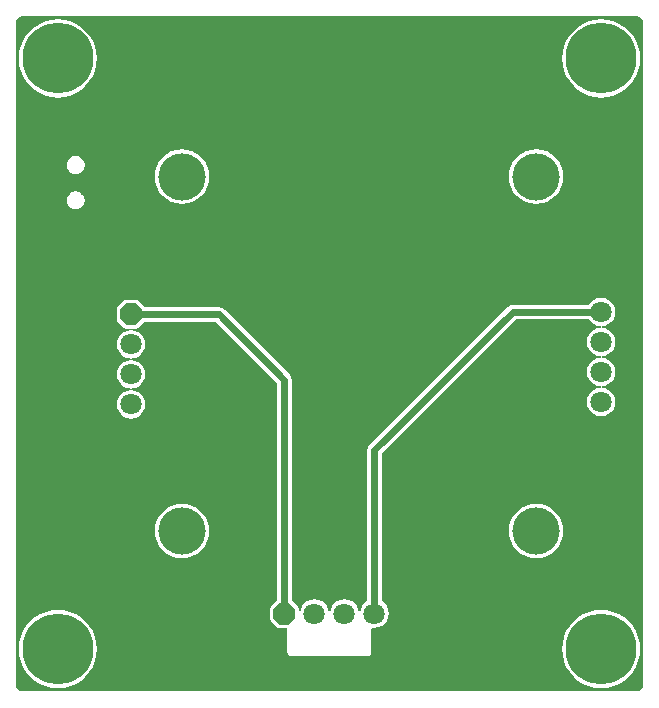
<source format=gbl>
G04 Layer_Physical_Order=2*
G04 Layer_Color=16711680*
%FSLAX44Y44*%
%MOMM*%
G71*
G01*
G75*
%ADD15C,0.6000*%
%ADD16C,4.0000*%
%ADD17P,1.9483X8X22.5*%
%ADD18C,1.8000*%
%ADD19P,1.9483X8X292.5*%
%ADD20C,6.0000*%
G36*
X537186Y585278D02*
X539040Y584040D01*
X540278Y582186D01*
X540680Y580167D01*
X540646Y580000D01*
Y20000D01*
X540680Y19833D01*
X540278Y17814D01*
X539040Y15960D01*
X537186Y14722D01*
X536199Y14526D01*
X535000Y14354D01*
Y14354D01*
X15000D01*
X14833Y14320D01*
X12814Y14722D01*
X10961Y15960D01*
X9722Y17814D01*
X9526Y18801D01*
X9354Y20000D01*
X9354D01*
Y580000D01*
X9320Y580167D01*
X9722Y582186D01*
X10961Y584040D01*
X12814Y585278D01*
X14833Y585680D01*
X15000Y585646D01*
X535000D01*
X535167Y585680D01*
X537186Y585278D01*
D02*
G37*
%LPC*%
G36*
X150000Y173111D02*
X145491Y172667D01*
X141156Y171352D01*
X137160Y169216D01*
X133658Y166342D01*
X130784Y162840D01*
X128648Y158844D01*
X127333Y154509D01*
X126889Y150000D01*
X127333Y145491D01*
X128648Y141156D01*
X130784Y137160D01*
X133658Y133658D01*
X137160Y130784D01*
X141156Y128648D01*
X145491Y127333D01*
X150000Y126889D01*
X154509Y127333D01*
X158844Y128648D01*
X162840Y130784D01*
X166342Y133658D01*
X169216Y137160D01*
X171352Y141156D01*
X172667Y145491D01*
X173111Y150000D01*
X172667Y154509D01*
X171352Y158844D01*
X169216Y162840D01*
X166342Y166342D01*
X162840Y169216D01*
X158844Y171352D01*
X154509Y172667D01*
X150000Y173111D01*
D02*
G37*
G36*
X450000D02*
X445491Y172667D01*
X441156Y171352D01*
X437160Y169216D01*
X433658Y166342D01*
X430784Y162840D01*
X428648Y158844D01*
X427333Y154509D01*
X426889Y150000D01*
X427333Y145491D01*
X428648Y141156D01*
X430784Y137160D01*
X433658Y133658D01*
X437160Y130784D01*
X441156Y128648D01*
X445491Y127333D01*
X450000Y126889D01*
X454509Y127333D01*
X458844Y128648D01*
X462840Y130784D01*
X466342Y133658D01*
X469216Y137160D01*
X471352Y141156D01*
X472667Y145491D01*
X473111Y150000D01*
X472667Y154509D01*
X471352Y158844D01*
X469216Y162840D01*
X466342Y166342D01*
X462840Y169216D01*
X458844Y171352D01*
X454509Y172667D01*
X450000Y173111D01*
D02*
G37*
G36*
X505000Y347504D02*
X501867Y347091D01*
X498948Y345882D01*
X496441Y343959D01*
X494568Y341517D01*
X430400D01*
X428059Y341052D01*
X426074Y339726D01*
X308774Y222426D01*
X307448Y220441D01*
X306982Y218100D01*
Y90431D01*
X304541Y88559D01*
X302618Y86052D01*
X301409Y83133D01*
X301116Y80905D01*
X301040Y80334D01*
X299760D01*
X299684Y80905D01*
X299391Y83133D01*
X298182Y86052D01*
X296259Y88559D01*
X293752Y90482D01*
X290833Y91691D01*
X287700Y92104D01*
X284567Y91691D01*
X281648Y90482D01*
X279142Y88559D01*
X277218Y86052D01*
X276009Y83133D01*
X275716Y80905D01*
X275640Y80334D01*
X274360D01*
X274284Y80905D01*
X273991Y83133D01*
X272782Y86052D01*
X270858Y88559D01*
X268352Y90482D01*
X265433Y91691D01*
X262300Y92104D01*
X259167Y91691D01*
X256248Y90482D01*
X253741Y88559D01*
X251818Y86052D01*
X250609Y83133D01*
X250362Y81255D01*
X249656Y80910D01*
X249029Y80862D01*
X248959Y80944D01*
Y84500D01*
X248959Y84500D01*
X248726Y85670D01*
X248063Y86663D01*
X243563Y91163D01*
X243018Y91527D01*
Y278100D01*
X242552Y280441D01*
X241226Y282426D01*
X185976Y337676D01*
X183991Y339002D01*
X181650Y339468D01*
X118527D01*
X118163Y340013D01*
X113663Y344513D01*
X112670Y345176D01*
X111500Y345409D01*
X102500D01*
X102500Y345409D01*
X101329Y345176D01*
X100337Y344513D01*
X95837Y340013D01*
X95174Y339021D01*
X94941Y337850D01*
Y328850D01*
X94941Y328850D01*
X95174Y327679D01*
X95837Y326687D01*
X100337Y322187D01*
X101329Y321524D01*
X102500Y321291D01*
X106671D01*
X106755Y320021D01*
X106038Y319927D01*
X103867Y319641D01*
X100948Y318432D01*
X98441Y316509D01*
X96518Y314002D01*
X95309Y311083D01*
X94896Y307950D01*
X95309Y304817D01*
X96518Y301898D01*
X98441Y299391D01*
X100948Y297468D01*
X103867Y296259D01*
X106095Y295966D01*
X106666Y295890D01*
Y294610D01*
X106095Y294534D01*
X103867Y294241D01*
X100948Y293032D01*
X98441Y291108D01*
X96518Y288602D01*
X95309Y285683D01*
X94896Y282550D01*
X95309Y279417D01*
X96518Y276498D01*
X98441Y273992D01*
X100948Y272068D01*
X103867Y270859D01*
X106095Y270566D01*
X106666Y270490D01*
Y269210D01*
X106095Y269134D01*
X103867Y268841D01*
X100948Y267632D01*
X98441Y265709D01*
X96518Y263202D01*
X95309Y260283D01*
X94896Y257150D01*
X95309Y254017D01*
X96518Y251098D01*
X98441Y248591D01*
X100948Y246668D01*
X103867Y245459D01*
X107000Y245047D01*
X110133Y245459D01*
X113052Y246668D01*
X115559Y248591D01*
X117482Y251098D01*
X118691Y254017D01*
X119103Y257150D01*
X118691Y260283D01*
X117482Y263202D01*
X115559Y265709D01*
X113052Y267632D01*
X110133Y268841D01*
X107905Y269134D01*
X107334Y269210D01*
Y270490D01*
X107905Y270566D01*
X110133Y270859D01*
X113052Y272068D01*
X115559Y273992D01*
X117482Y276498D01*
X118691Y279417D01*
X119103Y282550D01*
X118691Y285683D01*
X117482Y288602D01*
X115559Y291108D01*
X113052Y293032D01*
X110133Y294241D01*
X107905Y294534D01*
X107334Y294610D01*
Y295890D01*
X107905Y295966D01*
X110133Y296259D01*
X113052Y297468D01*
X115559Y299391D01*
X117482Y301898D01*
X118691Y304817D01*
X119103Y307950D01*
X118691Y311083D01*
X117482Y314002D01*
X115559Y316509D01*
X113052Y318432D01*
X110133Y319641D01*
X107962Y319927D01*
X107245Y320021D01*
X107329Y321291D01*
X111500D01*
X111500Y321291D01*
X112670Y321524D01*
X113663Y322187D01*
X118163Y326687D01*
X118527Y327233D01*
X179116D01*
X230783Y275566D01*
Y91527D01*
X230237Y91163D01*
X225737Y86663D01*
X225074Y85670D01*
X224841Y84500D01*
Y75500D01*
X224841Y75500D01*
X225074Y74330D01*
X225737Y73337D01*
X230237Y68837D01*
X231229Y68174D01*
X232400Y67941D01*
X238833D01*
X239441Y67200D01*
Y47200D01*
X239674Y46029D01*
X240337Y45037D01*
X241329Y44374D01*
X242500Y44141D01*
X307500D01*
X308671Y44374D01*
X309663Y45037D01*
X310326Y46029D01*
X310559Y47200D01*
Y66950D01*
X311352Y68046D01*
X311418Y68118D01*
X313100Y67896D01*
X316233Y68309D01*
X319152Y69518D01*
X321659Y71441D01*
X323582Y73948D01*
X324791Y76867D01*
X325204Y80000D01*
X324791Y83133D01*
X323582Y86052D01*
X321659Y88559D01*
X319217Y90431D01*
Y215566D01*
X432934Y329282D01*
X494568D01*
X496441Y326842D01*
X498948Y324918D01*
X501867Y323709D01*
X504095Y323416D01*
X504666Y323340D01*
Y322060D01*
X504095Y321984D01*
X501867Y321691D01*
X498948Y320482D01*
X496441Y318559D01*
X494518Y316052D01*
X493309Y313133D01*
X492896Y310000D01*
X493309Y306867D01*
X494518Y303948D01*
X496441Y301441D01*
X498948Y299518D01*
X501867Y298309D01*
X504095Y298016D01*
X504666Y297940D01*
Y296660D01*
X504095Y296584D01*
X501867Y296291D01*
X498948Y295082D01*
X496441Y293158D01*
X494518Y290652D01*
X493309Y287733D01*
X492896Y284600D01*
X493309Y281467D01*
X494518Y278548D01*
X496441Y276042D01*
X498948Y274118D01*
X501867Y272909D01*
X504095Y272616D01*
X504666Y272540D01*
Y271260D01*
X504095Y271184D01*
X501867Y270891D01*
X498948Y269682D01*
X496441Y267759D01*
X494518Y265252D01*
X493309Y262333D01*
X492896Y259200D01*
X493309Y256067D01*
X494518Y253148D01*
X496441Y250641D01*
X498948Y248718D01*
X501867Y247509D01*
X505000Y247097D01*
X508133Y247509D01*
X511052Y248718D01*
X513559Y250641D01*
X515482Y253148D01*
X516691Y256067D01*
X517104Y259200D01*
X516691Y262333D01*
X515482Y265252D01*
X513559Y267759D01*
X511052Y269682D01*
X508133Y270891D01*
X505905Y271184D01*
X505334Y271260D01*
Y272540D01*
X505905Y272616D01*
X508133Y272909D01*
X511052Y274118D01*
X513559Y276042D01*
X515482Y278548D01*
X516691Y281467D01*
X517104Y284600D01*
X516691Y287733D01*
X515482Y290652D01*
X513559Y293158D01*
X511052Y295082D01*
X508133Y296291D01*
X505905Y296584D01*
X505334Y296660D01*
Y297940D01*
X505905Y298016D01*
X508133Y298309D01*
X511052Y299518D01*
X513559Y301441D01*
X515482Y303948D01*
X516691Y306867D01*
X517104Y310000D01*
X516691Y313133D01*
X515482Y316052D01*
X513559Y318559D01*
X511052Y320482D01*
X508133Y321691D01*
X505905Y321984D01*
X505334Y322060D01*
Y323340D01*
X505905Y323416D01*
X508133Y323709D01*
X511052Y324918D01*
X513559Y326842D01*
X515482Y329348D01*
X516691Y332267D01*
X517104Y335400D01*
X516691Y338533D01*
X515482Y341452D01*
X513559Y343959D01*
X511052Y345882D01*
X508133Y347091D01*
X505000Y347504D01*
D02*
G37*
G36*
X45000Y83102D02*
X39822Y82695D01*
X34771Y81482D01*
X29972Y79494D01*
X25543Y76780D01*
X21593Y73407D01*
X18220Y69457D01*
X15506Y65028D01*
X13518Y60229D01*
X12306Y55178D01*
X11898Y50000D01*
X12306Y44822D01*
X13518Y39771D01*
X15506Y34972D01*
X18220Y30543D01*
X21593Y26593D01*
X25543Y23220D01*
X29972Y20506D01*
X34771Y18518D01*
X39822Y17306D01*
X45000Y16898D01*
X50178Y17306D01*
X55229Y18518D01*
X60028Y20506D01*
X64457Y23220D01*
X68407Y26593D01*
X71780Y30543D01*
X74494Y34972D01*
X76482Y39771D01*
X77695Y44822D01*
X78102Y50000D01*
X77695Y55178D01*
X76482Y60229D01*
X74494Y65028D01*
X71780Y69457D01*
X68407Y73407D01*
X64457Y76780D01*
X60028Y79494D01*
X55229Y81482D01*
X50178Y82695D01*
X45000Y83102D01*
D02*
G37*
G36*
X505000D02*
X499822Y82695D01*
X494771Y81482D01*
X489972Y79494D01*
X485543Y76780D01*
X481593Y73407D01*
X478220Y69457D01*
X475506Y65028D01*
X473518Y60229D01*
X472305Y55178D01*
X471898Y50000D01*
X472305Y44822D01*
X473518Y39771D01*
X475506Y34972D01*
X478220Y30543D01*
X481593Y26593D01*
X485543Y23220D01*
X489972Y20506D01*
X494771Y18518D01*
X499822Y17306D01*
X505000Y16898D01*
X510178Y17306D01*
X515229Y18518D01*
X520028Y20506D01*
X524457Y23220D01*
X528407Y26593D01*
X531780Y30543D01*
X534494Y34972D01*
X536482Y39771D01*
X537695Y44822D01*
X538102Y50000D01*
X537695Y55178D01*
X536482Y60229D01*
X534494Y65028D01*
X531780Y69457D01*
X528407Y73407D01*
X524457Y76780D01*
X520028Y79494D01*
X515229Y81482D01*
X510178Y82695D01*
X505000Y83102D01*
D02*
G37*
G36*
X60597Y437348D02*
X59403D01*
X57648Y436999D01*
X56545Y436542D01*
X55056Y435548D01*
X54212Y434704D01*
X53218Y433215D01*
X52761Y432113D01*
X52412Y430357D01*
Y430056D01*
X52353Y429760D01*
X52412Y429464D01*
Y429163D01*
X52761Y427407D01*
X53218Y426305D01*
X54212Y424816D01*
X55056Y423972D01*
X56545Y422978D01*
X57648Y422521D01*
X59403Y422172D01*
X60597D01*
X62352Y422521D01*
X63455Y422978D01*
X64944Y423972D01*
X65788Y424816D01*
X66782Y426305D01*
X67239Y427407D01*
X67588Y429163D01*
Y429464D01*
X67647Y429760D01*
X67588Y430056D01*
Y430357D01*
X67239Y432113D01*
X66782Y433215D01*
X65788Y434704D01*
X64944Y435548D01*
X63455Y436542D01*
X62353Y436999D01*
X60597Y437348D01*
D02*
G37*
G36*
X45000Y583102D02*
X39822Y582695D01*
X34771Y581482D01*
X29972Y579494D01*
X25543Y576780D01*
X21593Y573407D01*
X18220Y569457D01*
X15506Y565028D01*
X13518Y560229D01*
X12306Y555178D01*
X11898Y550000D01*
X12306Y544822D01*
X13518Y539771D01*
X15506Y534972D01*
X18220Y530543D01*
X21593Y526593D01*
X25543Y523220D01*
X29972Y520506D01*
X34771Y518518D01*
X39822Y517305D01*
X45000Y516898D01*
X50178Y517305D01*
X55229Y518518D01*
X60028Y520506D01*
X64457Y523220D01*
X68407Y526593D01*
X71780Y530543D01*
X74494Y534972D01*
X76482Y539771D01*
X77695Y544822D01*
X78102Y550000D01*
X77695Y555178D01*
X76482Y560229D01*
X74494Y565028D01*
X71780Y569457D01*
X68407Y573407D01*
X64457Y576780D01*
X60028Y579494D01*
X55229Y581482D01*
X50178Y582695D01*
X45000Y583102D01*
D02*
G37*
G36*
X505000D02*
X499822Y582695D01*
X494771Y581482D01*
X489972Y579494D01*
X485543Y576780D01*
X481593Y573407D01*
X478220Y569457D01*
X475506Y565028D01*
X473518Y560229D01*
X472305Y555178D01*
X471898Y550000D01*
X472305Y544822D01*
X473518Y539771D01*
X475506Y534972D01*
X478220Y530543D01*
X481593Y526593D01*
X485543Y523220D01*
X489972Y520506D01*
X494771Y518518D01*
X499822Y517305D01*
X505000Y516898D01*
X510178Y517305D01*
X515229Y518518D01*
X520028Y520506D01*
X524457Y523220D01*
X528407Y526593D01*
X531780Y530543D01*
X534494Y534972D01*
X536482Y539771D01*
X537695Y544822D01*
X538102Y550000D01*
X537695Y555178D01*
X536482Y560229D01*
X534494Y565028D01*
X531780Y569457D01*
X528407Y573407D01*
X524457Y576780D01*
X520028Y579494D01*
X515229Y581482D01*
X510178Y582695D01*
X505000Y583102D01*
D02*
G37*
G36*
X60597Y467348D02*
X59403D01*
X57648Y466999D01*
X56545Y466542D01*
X55056Y465548D01*
X54212Y464704D01*
X53218Y463215D01*
X52761Y462113D01*
X52412Y460357D01*
Y460056D01*
X52353Y459760D01*
X52412Y459464D01*
Y459163D01*
X52761Y457407D01*
X53218Y456305D01*
X54212Y454816D01*
X55056Y453972D01*
X56545Y452978D01*
X57648Y452521D01*
X59403Y452172D01*
X60597D01*
X62352Y452521D01*
X63455Y452978D01*
X64944Y453972D01*
X65788Y454816D01*
X66782Y456305D01*
X67239Y457407D01*
X67588Y459163D01*
Y459464D01*
X67647Y459760D01*
X67588Y460056D01*
Y460357D01*
X67239Y462113D01*
X66782Y463215D01*
X65788Y464704D01*
X64944Y465548D01*
X63455Y466542D01*
X62353Y466999D01*
X60597Y467348D01*
D02*
G37*
G36*
X150000Y473111D02*
X145491Y472667D01*
X141156Y471352D01*
X137160Y469216D01*
X133658Y466342D01*
X130784Y462840D01*
X128648Y458844D01*
X127333Y454509D01*
X126889Y450000D01*
X127333Y445491D01*
X128648Y441156D01*
X130784Y437160D01*
X133658Y433658D01*
X137160Y430784D01*
X141156Y428648D01*
X145491Y427333D01*
X150000Y426889D01*
X154509Y427333D01*
X158844Y428648D01*
X162840Y430784D01*
X166342Y433658D01*
X169216Y437160D01*
X171352Y441156D01*
X172667Y445491D01*
X173111Y450000D01*
X172667Y454509D01*
X171352Y458844D01*
X169216Y462840D01*
X166342Y466342D01*
X162840Y469216D01*
X158844Y471352D01*
X154509Y472667D01*
X150000Y473111D01*
D02*
G37*
G36*
X450000D02*
X445491Y472667D01*
X441156Y471352D01*
X437160Y469216D01*
X433658Y466342D01*
X430784Y462840D01*
X428648Y458844D01*
X427333Y454509D01*
X426889Y450000D01*
X427333Y445491D01*
X428648Y441156D01*
X430784Y437160D01*
X433658Y433658D01*
X437160Y430784D01*
X441156Y428648D01*
X445491Y427333D01*
X450000Y426889D01*
X454509Y427333D01*
X458844Y428648D01*
X462840Y430784D01*
X466342Y433658D01*
X469216Y437160D01*
X471352Y441156D01*
X472667Y445491D01*
X473111Y450000D01*
X472667Y454509D01*
X471352Y458844D01*
X469216Y462840D01*
X466342Y466342D01*
X462840Y469216D01*
X458844Y471352D01*
X454509Y472667D01*
X450000Y473111D01*
D02*
G37*
%LPD*%
D15*
X236900Y80000D02*
Y278100D01*
X181650Y333350D02*
X236900Y278100D01*
X107000Y333350D02*
X181650D01*
X313100Y80000D02*
Y218100D01*
X430400Y335400D01*
X505000D01*
D16*
X450000Y450000D02*
D03*
Y150000D02*
D03*
X150000D02*
D03*
Y450000D02*
D03*
D17*
X236900Y80000D02*
D03*
D18*
X262300D02*
D03*
X287700D02*
D03*
X313100D02*
D03*
X107000Y257150D02*
D03*
Y282550D02*
D03*
Y307950D02*
D03*
X505000Y310000D02*
D03*
Y284600D02*
D03*
Y259200D02*
D03*
Y335400D02*
D03*
D19*
X107000Y333350D02*
D03*
D20*
X505000Y50000D02*
D03*
X45000D02*
D03*
Y550000D02*
D03*
X505000D02*
D03*
M02*

</source>
